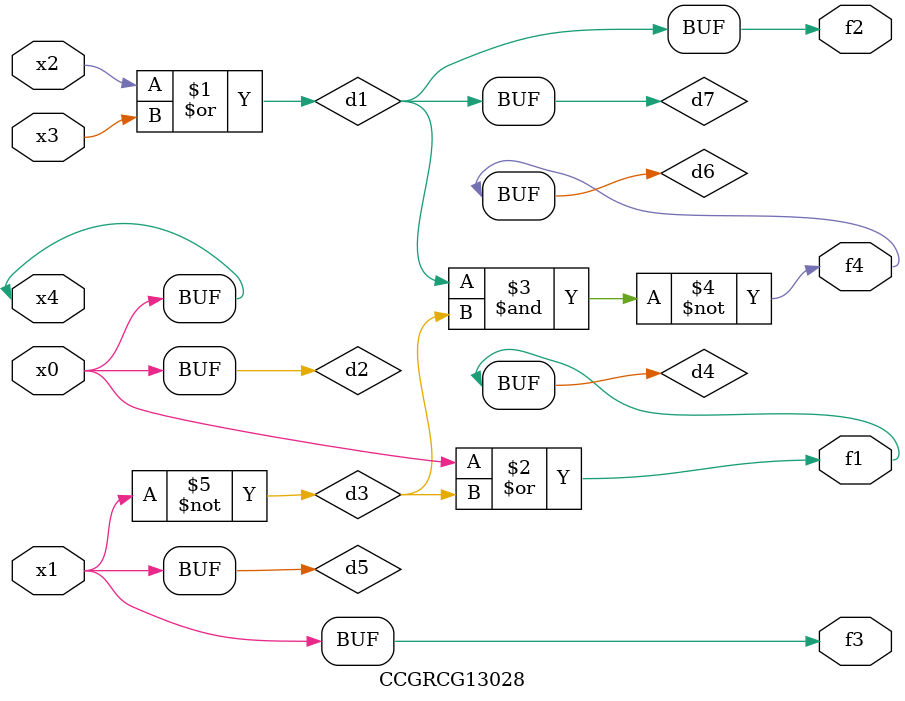
<source format=v>
module CCGRCG13028(
	input x0, x1, x2, x3, x4,
	output f1, f2, f3, f4
);

	wire d1, d2, d3, d4, d5, d6, d7;

	or (d1, x2, x3);
	buf (d2, x0, x4);
	not (d3, x1);
	or (d4, d2, d3);
	not (d5, d3);
	nand (d6, d1, d3);
	or (d7, d1);
	assign f1 = d4;
	assign f2 = d7;
	assign f3 = d5;
	assign f4 = d6;
endmodule

</source>
